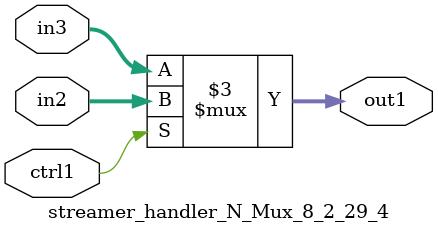
<source format=v>

`timescale 1ps / 1ps


module streamer_handler_N_Mux_8_2_29_4( in3, in2, ctrl1, out1 );

    input [7:0] in3;
    input [7:0] in2;
    input ctrl1;
    output [7:0] out1;
    reg [7:0] out1;

    
    // rtl_process:streamer_handler_N_Mux_8_2_29_4/streamer_handler_N_Mux_8_2_29_4_thread_1
    always @*
      begin : streamer_handler_N_Mux_8_2_29_4_thread_1
        case (ctrl1) 
          1'b1: 
            begin
              out1 = in2;
            end
          default: 
            begin
              out1 = in3;
            end
        endcase
      end

endmodule



</source>
